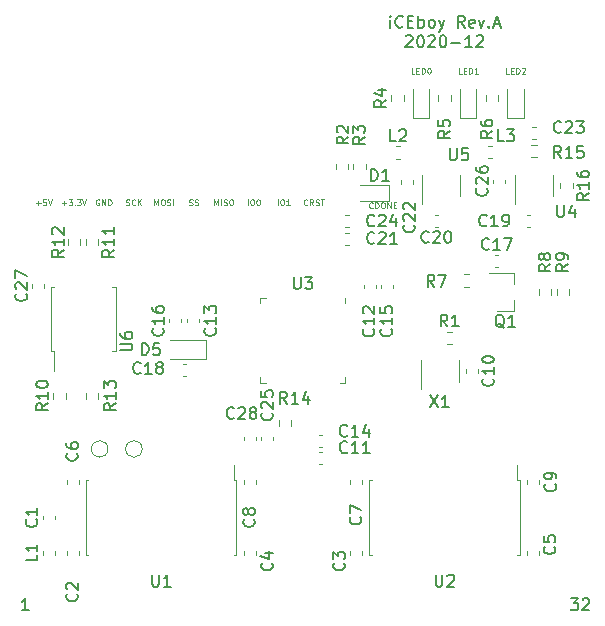
<source format=gbr>
%TF.GenerationSoftware,KiCad,Pcbnew,5.1.7-a382d34a8~88~ubuntu18.04.1*%
%TF.CreationDate,2020-12-02T18:34:38+09:00*%
%TF.ProjectId,iCEboy-pcb,69434562-6f79-42d7-9063-622e6b696361,rev?*%
%TF.SameCoordinates,PX20e6da0PY5b136e0*%
%TF.FileFunction,Legend,Top*%
%TF.FilePolarity,Positive*%
%FSLAX46Y46*%
G04 Gerber Fmt 4.6, Leading zero omitted, Abs format (unit mm)*
G04 Created by KiCad (PCBNEW 5.1.7-a382d34a8~88~ubuntu18.04.1) date 2020-12-02 18:34:38*
%MOMM*%
%LPD*%
G01*
G04 APERTURE LIST*
%ADD10C,0.150000*%
%ADD11C,0.100000*%
%ADD12C,0.120000*%
G04 APERTURE END LIST*
D10*
X32904761Y56972620D02*
X32904761Y57639286D01*
X32904761Y57972620D02*
X32857142Y57925000D01*
X32904761Y57877381D01*
X32952380Y57925000D01*
X32904761Y57972620D01*
X32904761Y57877381D01*
X33952380Y57067858D02*
X33904761Y57020239D01*
X33761904Y56972620D01*
X33666666Y56972620D01*
X33523809Y57020239D01*
X33428571Y57115477D01*
X33380952Y57210715D01*
X33333333Y57401191D01*
X33333333Y57544048D01*
X33380952Y57734524D01*
X33428571Y57829762D01*
X33523809Y57925000D01*
X33666666Y57972620D01*
X33761904Y57972620D01*
X33904761Y57925000D01*
X33952380Y57877381D01*
X34380952Y57496429D02*
X34714285Y57496429D01*
X34857142Y56972620D02*
X34380952Y56972620D01*
X34380952Y57972620D01*
X34857142Y57972620D01*
X35285714Y56972620D02*
X35285714Y57972620D01*
X35285714Y57591667D02*
X35380952Y57639286D01*
X35571428Y57639286D01*
X35666666Y57591667D01*
X35714285Y57544048D01*
X35761904Y57448810D01*
X35761904Y57163096D01*
X35714285Y57067858D01*
X35666666Y57020239D01*
X35571428Y56972620D01*
X35380952Y56972620D01*
X35285714Y57020239D01*
X36333333Y56972620D02*
X36238095Y57020239D01*
X36190476Y57067858D01*
X36142857Y57163096D01*
X36142857Y57448810D01*
X36190476Y57544048D01*
X36238095Y57591667D01*
X36333333Y57639286D01*
X36476190Y57639286D01*
X36571428Y57591667D01*
X36619047Y57544048D01*
X36666666Y57448810D01*
X36666666Y57163096D01*
X36619047Y57067858D01*
X36571428Y57020239D01*
X36476190Y56972620D01*
X36333333Y56972620D01*
X37000000Y57639286D02*
X37238095Y56972620D01*
X37476190Y57639286D02*
X37238095Y56972620D01*
X37142857Y56734524D01*
X37095238Y56686905D01*
X37000000Y56639286D01*
X39190476Y56972620D02*
X38857142Y57448810D01*
X38619047Y56972620D02*
X38619047Y57972620D01*
X39000000Y57972620D01*
X39095238Y57925000D01*
X39142857Y57877381D01*
X39190476Y57782143D01*
X39190476Y57639286D01*
X39142857Y57544048D01*
X39095238Y57496429D01*
X39000000Y57448810D01*
X38619047Y57448810D01*
X40000000Y57020239D02*
X39904761Y56972620D01*
X39714285Y56972620D01*
X39619047Y57020239D01*
X39571428Y57115477D01*
X39571428Y57496429D01*
X39619047Y57591667D01*
X39714285Y57639286D01*
X39904761Y57639286D01*
X40000000Y57591667D01*
X40047619Y57496429D01*
X40047619Y57401191D01*
X39571428Y57305953D01*
X40380952Y57639286D02*
X40619047Y56972620D01*
X40857142Y57639286D01*
X41238095Y57067858D02*
X41285714Y57020239D01*
X41238095Y56972620D01*
X41190476Y57020239D01*
X41238095Y57067858D01*
X41238095Y56972620D01*
X41666666Y57258334D02*
X42142857Y57258334D01*
X41571428Y56972620D02*
X41904761Y57972620D01*
X42238095Y56972620D01*
X34214285Y56227381D02*
X34261904Y56275000D01*
X34357142Y56322620D01*
X34595238Y56322620D01*
X34690476Y56275000D01*
X34738095Y56227381D01*
X34785714Y56132143D01*
X34785714Y56036905D01*
X34738095Y55894048D01*
X34166666Y55322620D01*
X34785714Y55322620D01*
X35404761Y56322620D02*
X35500000Y56322620D01*
X35595238Y56275000D01*
X35642857Y56227381D01*
X35690476Y56132143D01*
X35738095Y55941667D01*
X35738095Y55703572D01*
X35690476Y55513096D01*
X35642857Y55417858D01*
X35595238Y55370239D01*
X35500000Y55322620D01*
X35404761Y55322620D01*
X35309523Y55370239D01*
X35261904Y55417858D01*
X35214285Y55513096D01*
X35166666Y55703572D01*
X35166666Y55941667D01*
X35214285Y56132143D01*
X35261904Y56227381D01*
X35309523Y56275000D01*
X35404761Y56322620D01*
X36119047Y56227381D02*
X36166666Y56275000D01*
X36261904Y56322620D01*
X36500000Y56322620D01*
X36595238Y56275000D01*
X36642857Y56227381D01*
X36690476Y56132143D01*
X36690476Y56036905D01*
X36642857Y55894048D01*
X36071428Y55322620D01*
X36690476Y55322620D01*
X37309523Y56322620D02*
X37404761Y56322620D01*
X37500000Y56275000D01*
X37547619Y56227381D01*
X37595238Y56132143D01*
X37642857Y55941667D01*
X37642857Y55703572D01*
X37595238Y55513096D01*
X37547619Y55417858D01*
X37500000Y55370239D01*
X37404761Y55322620D01*
X37309523Y55322620D01*
X37214285Y55370239D01*
X37166666Y55417858D01*
X37119047Y55513096D01*
X37071428Y55703572D01*
X37071428Y55941667D01*
X37119047Y56132143D01*
X37166666Y56227381D01*
X37214285Y56275000D01*
X37309523Y56322620D01*
X38071428Y55703572D02*
X38833333Y55703572D01*
X39833333Y55322620D02*
X39261904Y55322620D01*
X39547619Y55322620D02*
X39547619Y56322620D01*
X39452380Y56179762D01*
X39357142Y56084524D01*
X39261904Y56036905D01*
X40214285Y56227381D02*
X40261904Y56275000D01*
X40357142Y56322620D01*
X40595238Y56322620D01*
X40690476Y56275000D01*
X40738095Y56227381D01*
X40785714Y56132143D01*
X40785714Y56036905D01*
X40738095Y55894048D01*
X40166666Y55322620D01*
X40785714Y55322620D01*
D11*
X42940476Y53073810D02*
X42702380Y53073810D01*
X42702380Y53573810D01*
X43107142Y53335715D02*
X43273809Y53335715D01*
X43345238Y53073810D02*
X43107142Y53073810D01*
X43107142Y53573810D01*
X43345238Y53573810D01*
X43559523Y53073810D02*
X43559523Y53573810D01*
X43678571Y53573810D01*
X43750000Y53550000D01*
X43797619Y53502381D01*
X43821428Y53454762D01*
X43845238Y53359524D01*
X43845238Y53288096D01*
X43821428Y53192858D01*
X43797619Y53145239D01*
X43750000Y53097620D01*
X43678571Y53073810D01*
X43559523Y53073810D01*
X44035714Y53526191D02*
X44059523Y53550000D01*
X44107142Y53573810D01*
X44226190Y53573810D01*
X44273809Y53550000D01*
X44297619Y53526191D01*
X44321428Y53478572D01*
X44321428Y53430953D01*
X44297619Y53359524D01*
X44011904Y53073810D01*
X44321428Y53073810D01*
X38940476Y53073810D02*
X38702380Y53073810D01*
X38702380Y53573810D01*
X39107142Y53335715D02*
X39273809Y53335715D01*
X39345238Y53073810D02*
X39107142Y53073810D01*
X39107142Y53573810D01*
X39345238Y53573810D01*
X39559523Y53073810D02*
X39559523Y53573810D01*
X39678571Y53573810D01*
X39750000Y53550000D01*
X39797619Y53502381D01*
X39821428Y53454762D01*
X39845238Y53359524D01*
X39845238Y53288096D01*
X39821428Y53192858D01*
X39797619Y53145239D01*
X39750000Y53097620D01*
X39678571Y53073810D01*
X39559523Y53073810D01*
X40321428Y53073810D02*
X40035714Y53073810D01*
X40178571Y53073810D02*
X40178571Y53573810D01*
X40130952Y53502381D01*
X40083333Y53454762D01*
X40035714Y53430953D01*
X34940476Y53073810D02*
X34702380Y53073810D01*
X34702380Y53573810D01*
X35107142Y53335715D02*
X35273809Y53335715D01*
X35345238Y53073810D02*
X35107142Y53073810D01*
X35107142Y53573810D01*
X35345238Y53573810D01*
X35559523Y53073810D02*
X35559523Y53573810D01*
X35678571Y53573810D01*
X35750000Y53550000D01*
X35797619Y53502381D01*
X35821428Y53454762D01*
X35845238Y53359524D01*
X35845238Y53288096D01*
X35821428Y53192858D01*
X35797619Y53145239D01*
X35750000Y53097620D01*
X35678571Y53073810D01*
X35559523Y53073810D01*
X36154761Y53573810D02*
X36202380Y53573810D01*
X36250000Y53550000D01*
X36273809Y53526191D01*
X36297619Y53478572D01*
X36321428Y53383334D01*
X36321428Y53264286D01*
X36297619Y53169048D01*
X36273809Y53121429D01*
X36250000Y53097620D01*
X36202380Y53073810D01*
X36154761Y53073810D01*
X36107142Y53097620D01*
X36083333Y53121429D01*
X36059523Y53169048D01*
X36035714Y53264286D01*
X36035714Y53383334D01*
X36059523Y53478572D01*
X36083333Y53526191D01*
X36107142Y53550000D01*
X36154761Y53573810D01*
X31412761Y41731429D02*
X31388952Y41707620D01*
X31317523Y41683810D01*
X31269904Y41683810D01*
X31198476Y41707620D01*
X31150857Y41755239D01*
X31127047Y41802858D01*
X31103238Y41898096D01*
X31103238Y41969524D01*
X31127047Y42064762D01*
X31150857Y42112381D01*
X31198476Y42160000D01*
X31269904Y42183810D01*
X31317523Y42183810D01*
X31388952Y42160000D01*
X31412761Y42136191D01*
X31627047Y41683810D02*
X31627047Y42183810D01*
X31746095Y42183810D01*
X31817523Y42160000D01*
X31865142Y42112381D01*
X31888952Y42064762D01*
X31912761Y41969524D01*
X31912761Y41898096D01*
X31888952Y41802858D01*
X31865142Y41755239D01*
X31817523Y41707620D01*
X31746095Y41683810D01*
X31627047Y41683810D01*
X32222285Y42183810D02*
X32317523Y42183810D01*
X32365142Y42160000D01*
X32412761Y42112381D01*
X32436571Y42017143D01*
X32436571Y41850477D01*
X32412761Y41755239D01*
X32365142Y41707620D01*
X32317523Y41683810D01*
X32222285Y41683810D01*
X32174666Y41707620D01*
X32127047Y41755239D01*
X32103238Y41850477D01*
X32103238Y42017143D01*
X32127047Y42112381D01*
X32174666Y42160000D01*
X32222285Y42183810D01*
X32650857Y41683810D02*
X32650857Y42183810D01*
X32936571Y41683810D01*
X32936571Y42183810D01*
X33174666Y41945715D02*
X33341333Y41945715D01*
X33412761Y41683810D02*
X33174666Y41683810D01*
X33174666Y42183810D01*
X33412761Y42183810D01*
X25892190Y41985429D02*
X25868380Y41961620D01*
X25796952Y41937810D01*
X25749333Y41937810D01*
X25677904Y41961620D01*
X25630285Y42009239D01*
X25606476Y42056858D01*
X25582666Y42152096D01*
X25582666Y42223524D01*
X25606476Y42318762D01*
X25630285Y42366381D01*
X25677904Y42414000D01*
X25749333Y42437810D01*
X25796952Y42437810D01*
X25868380Y42414000D01*
X25892190Y42390191D01*
X26392190Y41937810D02*
X26225523Y42175905D01*
X26106476Y41937810D02*
X26106476Y42437810D01*
X26296952Y42437810D01*
X26344571Y42414000D01*
X26368380Y42390191D01*
X26392190Y42342572D01*
X26392190Y42271143D01*
X26368380Y42223524D01*
X26344571Y42199715D01*
X26296952Y42175905D01*
X26106476Y42175905D01*
X26582666Y41961620D02*
X26654095Y41937810D01*
X26773142Y41937810D01*
X26820761Y41961620D01*
X26844571Y41985429D01*
X26868380Y42033048D01*
X26868380Y42080667D01*
X26844571Y42128286D01*
X26820761Y42152096D01*
X26773142Y42175905D01*
X26677904Y42199715D01*
X26630285Y42223524D01*
X26606476Y42247334D01*
X26582666Y42294953D01*
X26582666Y42342572D01*
X26606476Y42390191D01*
X26630285Y42414000D01*
X26677904Y42437810D01*
X26796952Y42437810D01*
X26868380Y42414000D01*
X27011238Y42437810D02*
X27296952Y42437810D01*
X27154095Y41937810D02*
X27154095Y42437810D01*
X23376000Y41937810D02*
X23376000Y42437810D01*
X23709333Y42437810D02*
X23804571Y42437810D01*
X23852190Y42414000D01*
X23899809Y42366381D01*
X23923619Y42271143D01*
X23923619Y42104477D01*
X23899809Y42009239D01*
X23852190Y41961620D01*
X23804571Y41937810D01*
X23709333Y41937810D01*
X23661714Y41961620D01*
X23614095Y42009239D01*
X23590285Y42104477D01*
X23590285Y42271143D01*
X23614095Y42366381D01*
X23661714Y42414000D01*
X23709333Y42437810D01*
X24399809Y41937810D02*
X24114095Y41937810D01*
X24256952Y41937810D02*
X24256952Y42437810D01*
X24209333Y42366381D01*
X24161714Y42318762D01*
X24114095Y42294953D01*
X20836000Y41937810D02*
X20836000Y42437810D01*
X21169333Y42437810D02*
X21264571Y42437810D01*
X21312190Y42414000D01*
X21359809Y42366381D01*
X21383619Y42271143D01*
X21383619Y42104477D01*
X21359809Y42009239D01*
X21312190Y41961620D01*
X21264571Y41937810D01*
X21169333Y41937810D01*
X21121714Y41961620D01*
X21074095Y42009239D01*
X21050285Y42104477D01*
X21050285Y42271143D01*
X21074095Y42366381D01*
X21121714Y42414000D01*
X21169333Y42437810D01*
X21693142Y42437810D02*
X21740761Y42437810D01*
X21788380Y42414000D01*
X21812190Y42390191D01*
X21836000Y42342572D01*
X21859809Y42247334D01*
X21859809Y42128286D01*
X21836000Y42033048D01*
X21812190Y41985429D01*
X21788380Y41961620D01*
X21740761Y41937810D01*
X21693142Y41937810D01*
X21645523Y41961620D01*
X21621714Y41985429D01*
X21597904Y42033048D01*
X21574095Y42128286D01*
X21574095Y42247334D01*
X21597904Y42342572D01*
X21621714Y42390191D01*
X21645523Y42414000D01*
X21693142Y42437810D01*
X18010285Y41937810D02*
X18010285Y42437810D01*
X18176952Y42080667D01*
X18343619Y42437810D01*
X18343619Y41937810D01*
X18581714Y41937810D02*
X18581714Y42437810D01*
X18796000Y41961620D02*
X18867428Y41937810D01*
X18986476Y41937810D01*
X19034095Y41961620D01*
X19057904Y41985429D01*
X19081714Y42033048D01*
X19081714Y42080667D01*
X19057904Y42128286D01*
X19034095Y42152096D01*
X18986476Y42175905D01*
X18891238Y42199715D01*
X18843619Y42223524D01*
X18819809Y42247334D01*
X18796000Y42294953D01*
X18796000Y42342572D01*
X18819809Y42390191D01*
X18843619Y42414000D01*
X18891238Y42437810D01*
X19010285Y42437810D01*
X19081714Y42414000D01*
X19391238Y42437810D02*
X19486476Y42437810D01*
X19534095Y42414000D01*
X19581714Y42366381D01*
X19605523Y42271143D01*
X19605523Y42104477D01*
X19581714Y42009239D01*
X19534095Y41961620D01*
X19486476Y41937810D01*
X19391238Y41937810D01*
X19343619Y41961620D01*
X19296000Y42009239D01*
X19272190Y42104477D01*
X19272190Y42271143D01*
X19296000Y42366381D01*
X19343619Y42414000D01*
X19391238Y42437810D01*
X15875047Y41961620D02*
X15946476Y41937810D01*
X16065523Y41937810D01*
X16113142Y41961620D01*
X16136952Y41985429D01*
X16160761Y42033048D01*
X16160761Y42080667D01*
X16136952Y42128286D01*
X16113142Y42152096D01*
X16065523Y42175905D01*
X15970285Y42199715D01*
X15922666Y42223524D01*
X15898857Y42247334D01*
X15875047Y42294953D01*
X15875047Y42342572D01*
X15898857Y42390191D01*
X15922666Y42414000D01*
X15970285Y42437810D01*
X16089333Y42437810D01*
X16160761Y42414000D01*
X16351238Y41961620D02*
X16422666Y41937810D01*
X16541714Y41937810D01*
X16589333Y41961620D01*
X16613142Y41985429D01*
X16636952Y42033048D01*
X16636952Y42080667D01*
X16613142Y42128286D01*
X16589333Y42152096D01*
X16541714Y42175905D01*
X16446476Y42199715D01*
X16398857Y42223524D01*
X16375047Y42247334D01*
X16351238Y42294953D01*
X16351238Y42342572D01*
X16375047Y42390191D01*
X16398857Y42414000D01*
X16446476Y42437810D01*
X16565523Y42437810D01*
X16636952Y42414000D01*
X12930285Y41937810D02*
X12930285Y42437810D01*
X13096952Y42080667D01*
X13263619Y42437810D01*
X13263619Y41937810D01*
X13596952Y42437810D02*
X13692190Y42437810D01*
X13739809Y42414000D01*
X13787428Y42366381D01*
X13811238Y42271143D01*
X13811238Y42104477D01*
X13787428Y42009239D01*
X13739809Y41961620D01*
X13692190Y41937810D01*
X13596952Y41937810D01*
X13549333Y41961620D01*
X13501714Y42009239D01*
X13477904Y42104477D01*
X13477904Y42271143D01*
X13501714Y42366381D01*
X13549333Y42414000D01*
X13596952Y42437810D01*
X14001714Y41961620D02*
X14073142Y41937810D01*
X14192190Y41937810D01*
X14239809Y41961620D01*
X14263619Y41985429D01*
X14287428Y42033048D01*
X14287428Y42080667D01*
X14263619Y42128286D01*
X14239809Y42152096D01*
X14192190Y42175905D01*
X14096952Y42199715D01*
X14049333Y42223524D01*
X14025523Y42247334D01*
X14001714Y42294953D01*
X14001714Y42342572D01*
X14025523Y42390191D01*
X14049333Y42414000D01*
X14096952Y42437810D01*
X14216000Y42437810D01*
X14287428Y42414000D01*
X14501714Y41937810D02*
X14501714Y42437810D01*
X10533142Y41961620D02*
X10604571Y41937810D01*
X10723619Y41937810D01*
X10771238Y41961620D01*
X10795047Y41985429D01*
X10818857Y42033048D01*
X10818857Y42080667D01*
X10795047Y42128286D01*
X10771238Y42152096D01*
X10723619Y42175905D01*
X10628380Y42199715D01*
X10580761Y42223524D01*
X10556952Y42247334D01*
X10533142Y42294953D01*
X10533142Y42342572D01*
X10556952Y42390191D01*
X10580761Y42414000D01*
X10628380Y42437810D01*
X10747428Y42437810D01*
X10818857Y42414000D01*
X11318857Y41985429D02*
X11295047Y41961620D01*
X11223619Y41937810D01*
X11176000Y41937810D01*
X11104571Y41961620D01*
X11056952Y42009239D01*
X11033142Y42056858D01*
X11009333Y42152096D01*
X11009333Y42223524D01*
X11033142Y42318762D01*
X11056952Y42366381D01*
X11104571Y42414000D01*
X11176000Y42437810D01*
X11223619Y42437810D01*
X11295047Y42414000D01*
X11318857Y42390191D01*
X11533142Y41937810D02*
X11533142Y42437810D01*
X11818857Y41937810D02*
X11604571Y42223524D01*
X11818857Y42437810D02*
X11533142Y42152096D01*
X8255047Y42414000D02*
X8207428Y42437810D01*
X8136000Y42437810D01*
X8064571Y42414000D01*
X8016952Y42366381D01*
X7993142Y42318762D01*
X7969333Y42223524D01*
X7969333Y42152096D01*
X7993142Y42056858D01*
X8016952Y42009239D01*
X8064571Y41961620D01*
X8136000Y41937810D01*
X8183619Y41937810D01*
X8255047Y41961620D01*
X8278857Y41985429D01*
X8278857Y42152096D01*
X8183619Y42152096D01*
X8493142Y41937810D02*
X8493142Y42437810D01*
X8778857Y41937810D01*
X8778857Y42437810D01*
X9016952Y41937810D02*
X9016952Y42437810D01*
X9136000Y42437810D01*
X9207428Y42414000D01*
X9255047Y42366381D01*
X9278857Y42318762D01*
X9302666Y42223524D01*
X9302666Y42152096D01*
X9278857Y42056858D01*
X9255047Y42009239D01*
X9207428Y41961620D01*
X9136000Y41937810D01*
X9016952Y41937810D01*
X5096000Y42128286D02*
X5476952Y42128286D01*
X5286476Y41937810D02*
X5286476Y42318762D01*
X5667428Y42437810D02*
X5976952Y42437810D01*
X5810285Y42247334D01*
X5881714Y42247334D01*
X5929333Y42223524D01*
X5953142Y42199715D01*
X5976952Y42152096D01*
X5976952Y42033048D01*
X5953142Y41985429D01*
X5929333Y41961620D01*
X5881714Y41937810D01*
X5738857Y41937810D01*
X5691238Y41961620D01*
X5667428Y41985429D01*
X6191238Y41985429D02*
X6215047Y41961620D01*
X6191238Y41937810D01*
X6167428Y41961620D01*
X6191238Y41985429D01*
X6191238Y41937810D01*
X6381714Y42437810D02*
X6691238Y42437810D01*
X6524571Y42247334D01*
X6596000Y42247334D01*
X6643619Y42223524D01*
X6667428Y42199715D01*
X6691238Y42152096D01*
X6691238Y42033048D01*
X6667428Y41985429D01*
X6643619Y41961620D01*
X6596000Y41937810D01*
X6453142Y41937810D01*
X6405523Y41961620D01*
X6381714Y41985429D01*
X6834095Y42437810D02*
X7000761Y41937810D01*
X7167428Y42437810D01*
X2913142Y42128286D02*
X3294095Y42128286D01*
X3103619Y41937810D02*
X3103619Y42318762D01*
X3770285Y42437810D02*
X3532190Y42437810D01*
X3508380Y42199715D01*
X3532190Y42223524D01*
X3579809Y42247334D01*
X3698857Y42247334D01*
X3746476Y42223524D01*
X3770285Y42199715D01*
X3794095Y42152096D01*
X3794095Y42033048D01*
X3770285Y41985429D01*
X3746476Y41961620D01*
X3698857Y41937810D01*
X3579809Y41937810D01*
X3532190Y41961620D01*
X3508380Y41985429D01*
X3936952Y42437810D02*
X4103619Y41937810D01*
X4270285Y42437810D01*
D10*
X48190476Y8647620D02*
X48809523Y8647620D01*
X48476190Y8266667D01*
X48619047Y8266667D01*
X48714285Y8219048D01*
X48761904Y8171429D01*
X48809523Y8076191D01*
X48809523Y7838096D01*
X48761904Y7742858D01*
X48714285Y7695239D01*
X48619047Y7647620D01*
X48333333Y7647620D01*
X48238095Y7695239D01*
X48190476Y7742858D01*
X49190476Y8552381D02*
X49238095Y8600000D01*
X49333333Y8647620D01*
X49571428Y8647620D01*
X49666666Y8600000D01*
X49714285Y8552381D01*
X49761904Y8457143D01*
X49761904Y8361905D01*
X49714285Y8219048D01*
X49142857Y7647620D01*
X49761904Y7647620D01*
X2285714Y7647620D02*
X1714285Y7647620D01*
X2000000Y7647620D02*
X2000000Y8647620D01*
X1904761Y8504762D01*
X1809523Y8409524D01*
X1714285Y8361905D01*
D12*
%TO.C,D5*%
X14250000Y30500000D02*
X17300000Y30500000D01*
X17300000Y30500000D02*
X17300000Y28900000D01*
X17300000Y28900000D02*
X14250000Y28900000D01*
%TO.C,TP2*%
X11900000Y21300000D02*
G75*
G03*
X11900000Y21300000I-700000J0D01*
G01*
%TO.C,TP1*%
X9000000Y21300000D02*
G75*
G03*
X9000000Y21300000I-700000J0D01*
G01*
%TO.C,X1*%
X35490000Y28800000D02*
X35490000Y26350000D01*
X38710000Y27000000D02*
X38710000Y28800000D01*
%TO.C,R1*%
X37662742Y30177500D02*
X38137258Y30177500D01*
X37662742Y31222500D02*
X38137258Y31222500D01*
%TO.C,C10*%
X39290000Y28040580D02*
X39290000Y27759420D01*
X40310000Y28040580D02*
X40310000Y27759420D01*
%TO.C,R9*%
X46977500Y34837258D02*
X46977500Y34362742D01*
X48022500Y34837258D02*
X48022500Y34362742D01*
%TO.C,R8*%
X46522500Y34362742D02*
X46522500Y34837258D01*
X45477500Y34362742D02*
X45477500Y34837258D01*
%TO.C,C17*%
X42040580Y37710000D02*
X41759420Y37710000D01*
X42040580Y36690000D02*
X41759420Y36690000D01*
%TO.C,R2*%
X29322500Y45437258D02*
X29322500Y44962742D01*
X28277500Y45437258D02*
X28277500Y44962742D01*
%TO.C,R6*%
X40977500Y50762742D02*
X40977500Y51237258D01*
X42022500Y50762742D02*
X42022500Y51237258D01*
%TO.C,R5*%
X36977500Y50762742D02*
X36977500Y51237258D01*
X38022500Y50762742D02*
X38022500Y51237258D01*
%TO.C,R4*%
X32977500Y50762742D02*
X32977500Y51237258D01*
X34022500Y50762742D02*
X34022500Y51237258D01*
%TO.C,D4*%
X42815000Y51800000D02*
X42815000Y49315000D01*
X42815000Y49315000D02*
X44185000Y49315000D01*
X44185000Y49315000D02*
X44185000Y51800000D01*
%TO.C,D3*%
X38815000Y51800000D02*
X38815000Y49315000D01*
X38815000Y49315000D02*
X40185000Y49315000D01*
X40185000Y49315000D02*
X40185000Y51800000D01*
%TO.C,D2*%
X34815000Y51800000D02*
X34815000Y49315000D01*
X34815000Y49315000D02*
X36185000Y49315000D01*
X36185000Y49315000D02*
X36185000Y51800000D01*
%TO.C,U6*%
X4435000Y29552500D02*
X4435000Y27900000D01*
X4152500Y29552500D02*
X4435000Y29552500D01*
X4152500Y32300000D02*
X4152500Y29552500D01*
X4152500Y35047500D02*
X4435000Y35047500D01*
X4152500Y32300000D02*
X4152500Y35047500D01*
X9647500Y29552500D02*
X9365000Y29552500D01*
X9647500Y32300000D02*
X9647500Y29552500D01*
X9647500Y35047500D02*
X9365000Y35047500D01*
X9647500Y32300000D02*
X9647500Y35047500D01*
%TO.C,C1*%
X3490000Y15359420D02*
X3490000Y15640580D01*
X4510000Y15359420D02*
X4510000Y15640580D01*
%TO.C,C2*%
X5490000Y12640580D02*
X5490000Y12359420D01*
X6510000Y12640580D02*
X6510000Y12359420D01*
%TO.C,C3*%
X29490000Y12640580D02*
X29490000Y12359420D01*
X30510000Y12640580D02*
X30510000Y12359420D01*
%TO.C,C4*%
X21510000Y12640580D02*
X21510000Y12359420D01*
X20490000Y12640580D02*
X20490000Y12359420D01*
%TO.C,C5*%
X44490000Y12640580D02*
X44490000Y12359420D01*
X45510000Y12640580D02*
X45510000Y12359420D01*
%TO.C,C6*%
X6510000Y18359420D02*
X6510000Y18640580D01*
X5490000Y18359420D02*
X5490000Y18640580D01*
%TO.C,C7*%
X30510000Y18359420D02*
X30510000Y18640580D01*
X29490000Y18359420D02*
X29490000Y18640580D01*
%TO.C,C8*%
X20490000Y18359420D02*
X20490000Y18640580D01*
X21510000Y18359420D02*
X21510000Y18640580D01*
%TO.C,C9*%
X44490000Y18359420D02*
X44490000Y18640580D01*
X45510000Y18359420D02*
X45510000Y18640580D01*
%TO.C,C11*%
X26859420Y19990000D02*
X27140580Y19990000D01*
X26859420Y21010000D02*
X27140580Y21010000D01*
%TO.C,C12*%
X30640000Y34909420D02*
X30640000Y35190580D01*
X31660000Y34909420D02*
X31660000Y35190580D01*
%TO.C,C13*%
X15690000Y32009420D02*
X15690000Y32290580D01*
X16710000Y32009420D02*
X16710000Y32290580D01*
%TO.C,C14*%
X26859420Y22510000D02*
X27140580Y22510000D01*
X26859420Y21490000D02*
X27140580Y21490000D01*
%TO.C,C15*%
X32140000Y34909420D02*
X32140000Y35190580D01*
X33160000Y34909420D02*
X33160000Y35190580D01*
%TO.C,C16*%
X15210000Y32009420D02*
X15210000Y32290580D01*
X14190000Y32009420D02*
X14190000Y32290580D01*
%TO.C,C18*%
X15359420Y27490000D02*
X15640580Y27490000D01*
X15359420Y28510000D02*
X15640580Y28510000D01*
%TO.C,C19*%
X44459420Y41110000D02*
X44740580Y41110000D01*
X44459420Y40090000D02*
X44740580Y40090000D01*
%TO.C,C20*%
X36659420Y41110000D02*
X36940580Y41110000D01*
X36659420Y40090000D02*
X36940580Y40090000D01*
%TO.C,C21*%
X29109420Y39610000D02*
X29390580Y39610000D01*
X29109420Y38590000D02*
X29390580Y38590000D01*
%TO.C,C22*%
X33790000Y44040580D02*
X33790000Y43759420D01*
X34810000Y44040580D02*
X34810000Y43759420D01*
%TO.C,C23*%
X44934420Y47540000D02*
X45215580Y47540000D01*
X44934420Y48560000D02*
X45215580Y48560000D01*
%TO.C,C25*%
X23010000Y22340580D02*
X23010000Y22059420D01*
X21990000Y22340580D02*
X21990000Y22059420D01*
%TO.C,C26*%
X41590000Y44065580D02*
X41590000Y43784420D01*
X42610000Y44065580D02*
X42610000Y43784420D01*
%TO.C,C27*%
X3610000Y34959420D02*
X3610000Y35240580D01*
X2590000Y34959420D02*
X2590000Y35240580D01*
%TO.C,C24*%
X29109420Y40090000D02*
X29390580Y40090000D01*
X29109420Y41110000D02*
X29390580Y41110000D01*
%TO.C,C28*%
X21510000Y22340580D02*
X21510000Y22059420D01*
X20490000Y22340580D02*
X20490000Y22059420D01*
%TO.C,D1*%
X30300000Y42315000D02*
X32785000Y42315000D01*
X32785000Y42315000D02*
X32785000Y43685000D01*
X32785000Y43685000D02*
X30300000Y43685000D01*
%TO.C,L1*%
X3490000Y12337221D02*
X3490000Y12662779D01*
X4510000Y12337221D02*
X4510000Y12662779D01*
%TO.C,L2*%
X33712779Y45890000D02*
X33387221Y45890000D01*
X33712779Y46910000D02*
X33387221Y46910000D01*
%TO.C,L3*%
X41512779Y46935000D02*
X41187221Y46935000D01*
X41512779Y45915000D02*
X41187221Y45915000D01*
%TO.C,Q1*%
X43405001Y33004999D02*
X43405001Y33934999D01*
X43405001Y36164999D02*
X43405001Y35234999D01*
X43405001Y36164999D02*
X41245001Y36164999D01*
X43405001Y33004999D02*
X41945001Y33004999D01*
%TO.C,R3*%
X30822500Y45437258D02*
X30822500Y44962742D01*
X29777500Y45437258D02*
X29777500Y44962742D01*
%TO.C,R7*%
X39112742Y35027500D02*
X39587258Y35027500D01*
X39112742Y36072500D02*
X39587258Y36072500D01*
%TO.C,R10*%
X5422500Y25562742D02*
X5422500Y26037258D01*
X4377500Y25562742D02*
X4377500Y26037258D01*
%TO.C,R11*%
X8172500Y39037258D02*
X8172500Y38562742D01*
X7127500Y39037258D02*
X7127500Y38562742D01*
%TO.C,R12*%
X5627500Y39037258D02*
X5627500Y38562742D01*
X6672500Y39037258D02*
X6672500Y38562742D01*
%TO.C,R13*%
X7127500Y25562742D02*
X7127500Y26037258D01*
X8172500Y25562742D02*
X8172500Y26037258D01*
%TO.C,R14*%
X24522500Y23262742D02*
X24522500Y23737258D01*
X23477500Y23262742D02*
X23477500Y23737258D01*
%TO.C,R15*%
X44837742Y47072500D02*
X45312258Y47072500D01*
X44837742Y46027500D02*
X45312258Y46027500D01*
%TO.C,R16*%
X47302500Y43837258D02*
X47302500Y43362742D01*
X48347500Y43837258D02*
X48347500Y43362742D01*
%TO.C,U1*%
X7140000Y15500000D02*
X7140000Y12340000D01*
X7140000Y12340000D02*
X7340000Y12340000D01*
X7140000Y15500000D02*
X7140000Y18660000D01*
X7140000Y18660000D02*
X7340000Y18660000D01*
X19860000Y15500000D02*
X19860000Y12340000D01*
X19860000Y12340000D02*
X19660000Y12340000D01*
X19860000Y15500000D02*
X19860000Y18660000D01*
X19860000Y18660000D02*
X19660000Y18660000D01*
X19660000Y18660000D02*
X19660000Y19950000D01*
%TO.C,U2*%
X43660000Y18660000D02*
X43660000Y19950000D01*
X43860000Y18660000D02*
X43660000Y18660000D01*
X43860000Y15500000D02*
X43860000Y18660000D01*
X43860000Y12340000D02*
X43660000Y12340000D01*
X43860000Y15500000D02*
X43860000Y12340000D01*
X31140000Y18660000D02*
X31340000Y18660000D01*
X31140000Y15500000D02*
X31140000Y18660000D01*
X31140000Y12340000D02*
X31340000Y12340000D01*
X31140000Y15500000D02*
X31140000Y12340000D01*
%TO.C,U3*%
X29110000Y27365000D02*
X29110000Y26890000D01*
X29110000Y26890000D02*
X28635000Y26890000D01*
X21890000Y33635000D02*
X21890000Y34110000D01*
X21890000Y34110000D02*
X22365000Y34110000D01*
X21890000Y27365000D02*
X21890000Y26890000D01*
X21890000Y26890000D02*
X22365000Y26890000D01*
X29110000Y33635000D02*
X29110000Y34110000D01*
%TO.C,U4*%
X46685000Y42700000D02*
X46685000Y44500000D01*
X43465000Y44500000D02*
X43465000Y42050000D01*
%TO.C,U5*%
X35615001Y44485001D02*
X35615001Y42035001D01*
X38835001Y42685001D02*
X38835001Y44485001D01*
%TO.C,D5*%
D10*
X11861904Y29247620D02*
X11861904Y30247620D01*
X12100000Y30247620D01*
X12242857Y30200000D01*
X12338095Y30104762D01*
X12385714Y30009524D01*
X12433333Y29819048D01*
X12433333Y29676191D01*
X12385714Y29485715D01*
X12338095Y29390477D01*
X12242857Y29295239D01*
X12100000Y29247620D01*
X11861904Y29247620D01*
X13338095Y30247620D02*
X12861904Y30247620D01*
X12814285Y29771429D01*
X12861904Y29819048D01*
X12957142Y29866667D01*
X13195238Y29866667D01*
X13290476Y29819048D01*
X13338095Y29771429D01*
X13385714Y29676191D01*
X13385714Y29438096D01*
X13338095Y29342858D01*
X13290476Y29295239D01*
X13195238Y29247620D01*
X12957142Y29247620D01*
X12861904Y29295239D01*
X12814285Y29342858D01*
%TO.C,X1*%
X36290476Y25847620D02*
X36957142Y24847620D01*
X36957142Y25847620D02*
X36290476Y24847620D01*
X37861904Y24847620D02*
X37290476Y24847620D01*
X37576190Y24847620D02*
X37576190Y25847620D01*
X37480952Y25704762D01*
X37385714Y25609524D01*
X37290476Y25561905D01*
%TO.C,R1*%
X37733333Y31677620D02*
X37400000Y32153810D01*
X37161904Y31677620D02*
X37161904Y32677620D01*
X37542857Y32677620D01*
X37638095Y32630000D01*
X37685714Y32582381D01*
X37733333Y32487143D01*
X37733333Y32344286D01*
X37685714Y32249048D01*
X37638095Y32201429D01*
X37542857Y32153810D01*
X37161904Y32153810D01*
X38685714Y31677620D02*
X38114285Y31677620D01*
X38400000Y31677620D02*
X38400000Y32677620D01*
X38304761Y32534762D01*
X38209523Y32439524D01*
X38114285Y32391905D01*
%TO.C,C10*%
X41587142Y27257143D02*
X41634761Y27209524D01*
X41682380Y27066667D01*
X41682380Y26971429D01*
X41634761Y26828572D01*
X41539523Y26733334D01*
X41444285Y26685715D01*
X41253809Y26638096D01*
X41110952Y26638096D01*
X40920476Y26685715D01*
X40825238Y26733334D01*
X40730000Y26828572D01*
X40682380Y26971429D01*
X40682380Y27066667D01*
X40730000Y27209524D01*
X40777619Y27257143D01*
X41682380Y28209524D02*
X41682380Y27638096D01*
X41682380Y27923810D02*
X40682380Y27923810D01*
X40825238Y27828572D01*
X40920476Y27733334D01*
X40968095Y27638096D01*
X40682380Y28828572D02*
X40682380Y28923810D01*
X40730000Y29019048D01*
X40777619Y29066667D01*
X40872857Y29114286D01*
X41063333Y29161905D01*
X41301428Y29161905D01*
X41491904Y29114286D01*
X41587142Y29066667D01*
X41634761Y29019048D01*
X41682380Y28923810D01*
X41682380Y28828572D01*
X41634761Y28733334D01*
X41587142Y28685715D01*
X41491904Y28638096D01*
X41301428Y28590477D01*
X41063333Y28590477D01*
X40872857Y28638096D01*
X40777619Y28685715D01*
X40730000Y28733334D01*
X40682380Y28828572D01*
%TO.C,R9*%
X47952380Y36933334D02*
X47476190Y36600000D01*
X47952380Y36361905D02*
X46952380Y36361905D01*
X46952380Y36742858D01*
X47000000Y36838096D01*
X47047619Y36885715D01*
X47142857Y36933334D01*
X47285714Y36933334D01*
X47380952Y36885715D01*
X47428571Y36838096D01*
X47476190Y36742858D01*
X47476190Y36361905D01*
X47952380Y37409524D02*
X47952380Y37600000D01*
X47904761Y37695239D01*
X47857142Y37742858D01*
X47714285Y37838096D01*
X47523809Y37885715D01*
X47142857Y37885715D01*
X47047619Y37838096D01*
X47000000Y37790477D01*
X46952380Y37695239D01*
X46952380Y37504762D01*
X47000000Y37409524D01*
X47047619Y37361905D01*
X47142857Y37314286D01*
X47380952Y37314286D01*
X47476190Y37361905D01*
X47523809Y37409524D01*
X47571428Y37504762D01*
X47571428Y37695239D01*
X47523809Y37790477D01*
X47476190Y37838096D01*
X47380952Y37885715D01*
%TO.C,R8*%
X46452380Y36933334D02*
X45976190Y36600000D01*
X46452380Y36361905D02*
X45452380Y36361905D01*
X45452380Y36742858D01*
X45500000Y36838096D01*
X45547619Y36885715D01*
X45642857Y36933334D01*
X45785714Y36933334D01*
X45880952Y36885715D01*
X45928571Y36838096D01*
X45976190Y36742858D01*
X45976190Y36361905D01*
X45880952Y37504762D02*
X45833333Y37409524D01*
X45785714Y37361905D01*
X45690476Y37314286D01*
X45642857Y37314286D01*
X45547619Y37361905D01*
X45500000Y37409524D01*
X45452380Y37504762D01*
X45452380Y37695239D01*
X45500000Y37790477D01*
X45547619Y37838096D01*
X45642857Y37885715D01*
X45690476Y37885715D01*
X45785714Y37838096D01*
X45833333Y37790477D01*
X45880952Y37695239D01*
X45880952Y37504762D01*
X45928571Y37409524D01*
X45976190Y37361905D01*
X46071428Y37314286D01*
X46261904Y37314286D01*
X46357142Y37361905D01*
X46404761Y37409524D01*
X46452380Y37504762D01*
X46452380Y37695239D01*
X46404761Y37790477D01*
X46357142Y37838096D01*
X46261904Y37885715D01*
X46071428Y37885715D01*
X45976190Y37838096D01*
X45928571Y37790477D01*
X45880952Y37695239D01*
%TO.C,C17*%
X41257142Y38242858D02*
X41209523Y38195239D01*
X41066666Y38147620D01*
X40971428Y38147620D01*
X40828571Y38195239D01*
X40733333Y38290477D01*
X40685714Y38385715D01*
X40638095Y38576191D01*
X40638095Y38719048D01*
X40685714Y38909524D01*
X40733333Y39004762D01*
X40828571Y39100000D01*
X40971428Y39147620D01*
X41066666Y39147620D01*
X41209523Y39100000D01*
X41257142Y39052381D01*
X42209523Y38147620D02*
X41638095Y38147620D01*
X41923809Y38147620D02*
X41923809Y39147620D01*
X41828571Y39004762D01*
X41733333Y38909524D01*
X41638095Y38861905D01*
X42542857Y39147620D02*
X43209523Y39147620D01*
X42780952Y38147620D01*
%TO.C,R2*%
X29352380Y47733334D02*
X28876190Y47400000D01*
X29352380Y47161905D02*
X28352380Y47161905D01*
X28352380Y47542858D01*
X28400000Y47638096D01*
X28447619Y47685715D01*
X28542857Y47733334D01*
X28685714Y47733334D01*
X28780952Y47685715D01*
X28828571Y47638096D01*
X28876190Y47542858D01*
X28876190Y47161905D01*
X28447619Y48114286D02*
X28400000Y48161905D01*
X28352380Y48257143D01*
X28352380Y48495239D01*
X28400000Y48590477D01*
X28447619Y48638096D01*
X28542857Y48685715D01*
X28638095Y48685715D01*
X28780952Y48638096D01*
X29352380Y48066667D01*
X29352380Y48685715D01*
%TO.C,R6*%
X41552380Y48233334D02*
X41076190Y47900000D01*
X41552380Y47661905D02*
X40552380Y47661905D01*
X40552380Y48042858D01*
X40600000Y48138096D01*
X40647619Y48185715D01*
X40742857Y48233334D01*
X40885714Y48233334D01*
X40980952Y48185715D01*
X41028571Y48138096D01*
X41076190Y48042858D01*
X41076190Y47661905D01*
X40552380Y49090477D02*
X40552380Y48900000D01*
X40600000Y48804762D01*
X40647619Y48757143D01*
X40790476Y48661905D01*
X40980952Y48614286D01*
X41361904Y48614286D01*
X41457142Y48661905D01*
X41504761Y48709524D01*
X41552380Y48804762D01*
X41552380Y48995239D01*
X41504761Y49090477D01*
X41457142Y49138096D01*
X41361904Y49185715D01*
X41123809Y49185715D01*
X41028571Y49138096D01*
X40980952Y49090477D01*
X40933333Y48995239D01*
X40933333Y48804762D01*
X40980952Y48709524D01*
X41028571Y48661905D01*
X41123809Y48614286D01*
%TO.C,R5*%
X37952380Y48233334D02*
X37476190Y47900000D01*
X37952380Y47661905D02*
X36952380Y47661905D01*
X36952380Y48042858D01*
X37000000Y48138096D01*
X37047619Y48185715D01*
X37142857Y48233334D01*
X37285714Y48233334D01*
X37380952Y48185715D01*
X37428571Y48138096D01*
X37476190Y48042858D01*
X37476190Y47661905D01*
X36952380Y49138096D02*
X36952380Y48661905D01*
X37428571Y48614286D01*
X37380952Y48661905D01*
X37333333Y48757143D01*
X37333333Y48995239D01*
X37380952Y49090477D01*
X37428571Y49138096D01*
X37523809Y49185715D01*
X37761904Y49185715D01*
X37857142Y49138096D01*
X37904761Y49090477D01*
X37952380Y48995239D01*
X37952380Y48757143D01*
X37904761Y48661905D01*
X37857142Y48614286D01*
%TO.C,R4*%
X32552380Y50833334D02*
X32076190Y50500000D01*
X32552380Y50261905D02*
X31552380Y50261905D01*
X31552380Y50642858D01*
X31600000Y50738096D01*
X31647619Y50785715D01*
X31742857Y50833334D01*
X31885714Y50833334D01*
X31980952Y50785715D01*
X32028571Y50738096D01*
X32076190Y50642858D01*
X32076190Y50261905D01*
X31885714Y51690477D02*
X32552380Y51690477D01*
X31504761Y51452381D02*
X32219047Y51214286D01*
X32219047Y51833334D01*
%TO.C,U6*%
X10052380Y29638096D02*
X10861904Y29638096D01*
X10957142Y29685715D01*
X11004761Y29733334D01*
X11052380Y29828572D01*
X11052380Y30019048D01*
X11004761Y30114286D01*
X10957142Y30161905D01*
X10861904Y30209524D01*
X10052380Y30209524D01*
X10052380Y31114286D02*
X10052380Y30923810D01*
X10100000Y30828572D01*
X10147619Y30780953D01*
X10290476Y30685715D01*
X10480952Y30638096D01*
X10861904Y30638096D01*
X10957142Y30685715D01*
X11004761Y30733334D01*
X11052380Y30828572D01*
X11052380Y31019048D01*
X11004761Y31114286D01*
X10957142Y31161905D01*
X10861904Y31209524D01*
X10623809Y31209524D01*
X10528571Y31161905D01*
X10480952Y31114286D01*
X10433333Y31019048D01*
X10433333Y30828572D01*
X10480952Y30733334D01*
X10528571Y30685715D01*
X10623809Y30638096D01*
%TO.C,C1*%
X2927142Y15333334D02*
X2974761Y15285715D01*
X3022380Y15142858D01*
X3022380Y15047620D01*
X2974761Y14904762D01*
X2879523Y14809524D01*
X2784285Y14761905D01*
X2593809Y14714286D01*
X2450952Y14714286D01*
X2260476Y14761905D01*
X2165238Y14809524D01*
X2070000Y14904762D01*
X2022380Y15047620D01*
X2022380Y15142858D01*
X2070000Y15285715D01*
X2117619Y15333334D01*
X3022380Y16285715D02*
X3022380Y15714286D01*
X3022380Y16000000D02*
X2022380Y16000000D01*
X2165238Y15904762D01*
X2260476Y15809524D01*
X2308095Y15714286D01*
%TO.C,C2*%
X6357142Y9033334D02*
X6404761Y8985715D01*
X6452380Y8842858D01*
X6452380Y8747620D01*
X6404761Y8604762D01*
X6309523Y8509524D01*
X6214285Y8461905D01*
X6023809Y8414286D01*
X5880952Y8414286D01*
X5690476Y8461905D01*
X5595238Y8509524D01*
X5500000Y8604762D01*
X5452380Y8747620D01*
X5452380Y8842858D01*
X5500000Y8985715D01*
X5547619Y9033334D01*
X5547619Y9414286D02*
X5500000Y9461905D01*
X5452380Y9557143D01*
X5452380Y9795239D01*
X5500000Y9890477D01*
X5547619Y9938096D01*
X5642857Y9985715D01*
X5738095Y9985715D01*
X5880952Y9938096D01*
X6452380Y9366667D01*
X6452380Y9985715D01*
%TO.C,C3*%
X28957142Y11633334D02*
X29004761Y11585715D01*
X29052380Y11442858D01*
X29052380Y11347620D01*
X29004761Y11204762D01*
X28909523Y11109524D01*
X28814285Y11061905D01*
X28623809Y11014286D01*
X28480952Y11014286D01*
X28290476Y11061905D01*
X28195238Y11109524D01*
X28100000Y11204762D01*
X28052380Y11347620D01*
X28052380Y11442858D01*
X28100000Y11585715D01*
X28147619Y11633334D01*
X28052380Y11966667D02*
X28052380Y12585715D01*
X28433333Y12252381D01*
X28433333Y12395239D01*
X28480952Y12490477D01*
X28528571Y12538096D01*
X28623809Y12585715D01*
X28861904Y12585715D01*
X28957142Y12538096D01*
X29004761Y12490477D01*
X29052380Y12395239D01*
X29052380Y12109524D01*
X29004761Y12014286D01*
X28957142Y11966667D01*
%TO.C,C4*%
X22857142Y11633334D02*
X22904761Y11585715D01*
X22952380Y11442858D01*
X22952380Y11347620D01*
X22904761Y11204762D01*
X22809523Y11109524D01*
X22714285Y11061905D01*
X22523809Y11014286D01*
X22380952Y11014286D01*
X22190476Y11061905D01*
X22095238Y11109524D01*
X22000000Y11204762D01*
X21952380Y11347620D01*
X21952380Y11442858D01*
X22000000Y11585715D01*
X22047619Y11633334D01*
X22285714Y12490477D02*
X22952380Y12490477D01*
X21904761Y12252381D02*
X22619047Y12014286D01*
X22619047Y12633334D01*
%TO.C,C5*%
X46787142Y13033334D02*
X46834761Y12985715D01*
X46882380Y12842858D01*
X46882380Y12747620D01*
X46834761Y12604762D01*
X46739523Y12509524D01*
X46644285Y12461905D01*
X46453809Y12414286D01*
X46310952Y12414286D01*
X46120476Y12461905D01*
X46025238Y12509524D01*
X45930000Y12604762D01*
X45882380Y12747620D01*
X45882380Y12842858D01*
X45930000Y12985715D01*
X45977619Y13033334D01*
X45882380Y13938096D02*
X45882380Y13461905D01*
X46358571Y13414286D01*
X46310952Y13461905D01*
X46263333Y13557143D01*
X46263333Y13795239D01*
X46310952Y13890477D01*
X46358571Y13938096D01*
X46453809Y13985715D01*
X46691904Y13985715D01*
X46787142Y13938096D01*
X46834761Y13890477D01*
X46882380Y13795239D01*
X46882380Y13557143D01*
X46834761Y13461905D01*
X46787142Y13414286D01*
%TO.C,C6*%
X6357142Y20933334D02*
X6404761Y20885715D01*
X6452380Y20742858D01*
X6452380Y20647620D01*
X6404761Y20504762D01*
X6309523Y20409524D01*
X6214285Y20361905D01*
X6023809Y20314286D01*
X5880952Y20314286D01*
X5690476Y20361905D01*
X5595238Y20409524D01*
X5500000Y20504762D01*
X5452380Y20647620D01*
X5452380Y20742858D01*
X5500000Y20885715D01*
X5547619Y20933334D01*
X5452380Y21790477D02*
X5452380Y21600000D01*
X5500000Y21504762D01*
X5547619Y21457143D01*
X5690476Y21361905D01*
X5880952Y21314286D01*
X6261904Y21314286D01*
X6357142Y21361905D01*
X6404761Y21409524D01*
X6452380Y21504762D01*
X6452380Y21695239D01*
X6404761Y21790477D01*
X6357142Y21838096D01*
X6261904Y21885715D01*
X6023809Y21885715D01*
X5928571Y21838096D01*
X5880952Y21790477D01*
X5833333Y21695239D01*
X5833333Y21504762D01*
X5880952Y21409524D01*
X5928571Y21361905D01*
X6023809Y21314286D01*
%TO.C,C7*%
X30357142Y15533334D02*
X30404761Y15485715D01*
X30452380Y15342858D01*
X30452380Y15247620D01*
X30404761Y15104762D01*
X30309523Y15009524D01*
X30214285Y14961905D01*
X30023809Y14914286D01*
X29880952Y14914286D01*
X29690476Y14961905D01*
X29595238Y15009524D01*
X29500000Y15104762D01*
X29452380Y15247620D01*
X29452380Y15342858D01*
X29500000Y15485715D01*
X29547619Y15533334D01*
X29452380Y15866667D02*
X29452380Y16533334D01*
X30452380Y16104762D01*
%TO.C,C8*%
X21357142Y15333334D02*
X21404761Y15285715D01*
X21452380Y15142858D01*
X21452380Y15047620D01*
X21404761Y14904762D01*
X21309523Y14809524D01*
X21214285Y14761905D01*
X21023809Y14714286D01*
X20880952Y14714286D01*
X20690476Y14761905D01*
X20595238Y14809524D01*
X20500000Y14904762D01*
X20452380Y15047620D01*
X20452380Y15142858D01*
X20500000Y15285715D01*
X20547619Y15333334D01*
X20880952Y15904762D02*
X20833333Y15809524D01*
X20785714Y15761905D01*
X20690476Y15714286D01*
X20642857Y15714286D01*
X20547619Y15761905D01*
X20500000Y15809524D01*
X20452380Y15904762D01*
X20452380Y16095239D01*
X20500000Y16190477D01*
X20547619Y16238096D01*
X20642857Y16285715D01*
X20690476Y16285715D01*
X20785714Y16238096D01*
X20833333Y16190477D01*
X20880952Y16095239D01*
X20880952Y15904762D01*
X20928571Y15809524D01*
X20976190Y15761905D01*
X21071428Y15714286D01*
X21261904Y15714286D01*
X21357142Y15761905D01*
X21404761Y15809524D01*
X21452380Y15904762D01*
X21452380Y16095239D01*
X21404761Y16190477D01*
X21357142Y16238096D01*
X21261904Y16285715D01*
X21071428Y16285715D01*
X20976190Y16238096D01*
X20928571Y16190477D01*
X20880952Y16095239D01*
%TO.C,C9*%
X46857142Y18333334D02*
X46904761Y18285715D01*
X46952380Y18142858D01*
X46952380Y18047620D01*
X46904761Y17904762D01*
X46809523Y17809524D01*
X46714285Y17761905D01*
X46523809Y17714286D01*
X46380952Y17714286D01*
X46190476Y17761905D01*
X46095238Y17809524D01*
X46000000Y17904762D01*
X45952380Y18047620D01*
X45952380Y18142858D01*
X46000000Y18285715D01*
X46047619Y18333334D01*
X46952380Y18809524D02*
X46952380Y19000000D01*
X46904761Y19095239D01*
X46857142Y19142858D01*
X46714285Y19238096D01*
X46523809Y19285715D01*
X46142857Y19285715D01*
X46047619Y19238096D01*
X46000000Y19190477D01*
X45952380Y19095239D01*
X45952380Y18904762D01*
X46000000Y18809524D01*
X46047619Y18761905D01*
X46142857Y18714286D01*
X46380952Y18714286D01*
X46476190Y18761905D01*
X46523809Y18809524D01*
X46571428Y18904762D01*
X46571428Y19095239D01*
X46523809Y19190477D01*
X46476190Y19238096D01*
X46380952Y19285715D01*
%TO.C,C11*%
X29257142Y21042858D02*
X29209523Y20995239D01*
X29066666Y20947620D01*
X28971428Y20947620D01*
X28828571Y20995239D01*
X28733333Y21090477D01*
X28685714Y21185715D01*
X28638095Y21376191D01*
X28638095Y21519048D01*
X28685714Y21709524D01*
X28733333Y21804762D01*
X28828571Y21900000D01*
X28971428Y21947620D01*
X29066666Y21947620D01*
X29209523Y21900000D01*
X29257142Y21852381D01*
X30209523Y20947620D02*
X29638095Y20947620D01*
X29923809Y20947620D02*
X29923809Y21947620D01*
X29828571Y21804762D01*
X29733333Y21709524D01*
X29638095Y21661905D01*
X31161904Y20947620D02*
X30590476Y20947620D01*
X30876190Y20947620D02*
X30876190Y21947620D01*
X30780952Y21804762D01*
X30685714Y21709524D01*
X30590476Y21661905D01*
%TO.C,C12*%
X31457142Y31457143D02*
X31504761Y31409524D01*
X31552380Y31266667D01*
X31552380Y31171429D01*
X31504761Y31028572D01*
X31409523Y30933334D01*
X31314285Y30885715D01*
X31123809Y30838096D01*
X30980952Y30838096D01*
X30790476Y30885715D01*
X30695238Y30933334D01*
X30600000Y31028572D01*
X30552380Y31171429D01*
X30552380Y31266667D01*
X30600000Y31409524D01*
X30647619Y31457143D01*
X31552380Y32409524D02*
X31552380Y31838096D01*
X31552380Y32123810D02*
X30552380Y32123810D01*
X30695238Y32028572D01*
X30790476Y31933334D01*
X30838095Y31838096D01*
X30647619Y32790477D02*
X30600000Y32838096D01*
X30552380Y32933334D01*
X30552380Y33171429D01*
X30600000Y33266667D01*
X30647619Y33314286D01*
X30742857Y33361905D01*
X30838095Y33361905D01*
X30980952Y33314286D01*
X31552380Y32742858D01*
X31552380Y33361905D01*
%TO.C,C13*%
X18057142Y31507143D02*
X18104761Y31459524D01*
X18152380Y31316667D01*
X18152380Y31221429D01*
X18104761Y31078572D01*
X18009523Y30983334D01*
X17914285Y30935715D01*
X17723809Y30888096D01*
X17580952Y30888096D01*
X17390476Y30935715D01*
X17295238Y30983334D01*
X17200000Y31078572D01*
X17152380Y31221429D01*
X17152380Y31316667D01*
X17200000Y31459524D01*
X17247619Y31507143D01*
X18152380Y32459524D02*
X18152380Y31888096D01*
X18152380Y32173810D02*
X17152380Y32173810D01*
X17295238Y32078572D01*
X17390476Y31983334D01*
X17438095Y31888096D01*
X17152380Y32792858D02*
X17152380Y33411905D01*
X17533333Y33078572D01*
X17533333Y33221429D01*
X17580952Y33316667D01*
X17628571Y33364286D01*
X17723809Y33411905D01*
X17961904Y33411905D01*
X18057142Y33364286D01*
X18104761Y33316667D01*
X18152380Y33221429D01*
X18152380Y32935715D01*
X18104761Y32840477D01*
X18057142Y32792858D01*
%TO.C,C14*%
X29257142Y22442858D02*
X29209523Y22395239D01*
X29066666Y22347620D01*
X28971428Y22347620D01*
X28828571Y22395239D01*
X28733333Y22490477D01*
X28685714Y22585715D01*
X28638095Y22776191D01*
X28638095Y22919048D01*
X28685714Y23109524D01*
X28733333Y23204762D01*
X28828571Y23300000D01*
X28971428Y23347620D01*
X29066666Y23347620D01*
X29209523Y23300000D01*
X29257142Y23252381D01*
X30209523Y22347620D02*
X29638095Y22347620D01*
X29923809Y22347620D02*
X29923809Y23347620D01*
X29828571Y23204762D01*
X29733333Y23109524D01*
X29638095Y23061905D01*
X31066666Y23014286D02*
X31066666Y22347620D01*
X30828571Y23395239D02*
X30590476Y22680953D01*
X31209523Y22680953D01*
%TO.C,C15*%
X32957142Y31457143D02*
X33004761Y31409524D01*
X33052380Y31266667D01*
X33052380Y31171429D01*
X33004761Y31028572D01*
X32909523Y30933334D01*
X32814285Y30885715D01*
X32623809Y30838096D01*
X32480952Y30838096D01*
X32290476Y30885715D01*
X32195238Y30933334D01*
X32100000Y31028572D01*
X32052380Y31171429D01*
X32052380Y31266667D01*
X32100000Y31409524D01*
X32147619Y31457143D01*
X33052380Y32409524D02*
X33052380Y31838096D01*
X33052380Y32123810D02*
X32052380Y32123810D01*
X32195238Y32028572D01*
X32290476Y31933334D01*
X32338095Y31838096D01*
X32052380Y33314286D02*
X32052380Y32838096D01*
X32528571Y32790477D01*
X32480952Y32838096D01*
X32433333Y32933334D01*
X32433333Y33171429D01*
X32480952Y33266667D01*
X32528571Y33314286D01*
X32623809Y33361905D01*
X32861904Y33361905D01*
X32957142Y33314286D01*
X33004761Y33266667D01*
X33052380Y33171429D01*
X33052380Y32933334D01*
X33004761Y32838096D01*
X32957142Y32790477D01*
%TO.C,C16*%
X13627142Y31507143D02*
X13674761Y31459524D01*
X13722380Y31316667D01*
X13722380Y31221429D01*
X13674761Y31078572D01*
X13579523Y30983334D01*
X13484285Y30935715D01*
X13293809Y30888096D01*
X13150952Y30888096D01*
X12960476Y30935715D01*
X12865238Y30983334D01*
X12770000Y31078572D01*
X12722380Y31221429D01*
X12722380Y31316667D01*
X12770000Y31459524D01*
X12817619Y31507143D01*
X13722380Y32459524D02*
X13722380Y31888096D01*
X13722380Y32173810D02*
X12722380Y32173810D01*
X12865238Y32078572D01*
X12960476Y31983334D01*
X13008095Y31888096D01*
X12722380Y33316667D02*
X12722380Y33126191D01*
X12770000Y33030953D01*
X12817619Y32983334D01*
X12960476Y32888096D01*
X13150952Y32840477D01*
X13531904Y32840477D01*
X13627142Y32888096D01*
X13674761Y32935715D01*
X13722380Y33030953D01*
X13722380Y33221429D01*
X13674761Y33316667D01*
X13627142Y33364286D01*
X13531904Y33411905D01*
X13293809Y33411905D01*
X13198571Y33364286D01*
X13150952Y33316667D01*
X13103333Y33221429D01*
X13103333Y33030953D01*
X13150952Y32935715D01*
X13198571Y32888096D01*
X13293809Y32840477D01*
%TO.C,C18*%
X11757142Y27742858D02*
X11709523Y27695239D01*
X11566666Y27647620D01*
X11471428Y27647620D01*
X11328571Y27695239D01*
X11233333Y27790477D01*
X11185714Y27885715D01*
X11138095Y28076191D01*
X11138095Y28219048D01*
X11185714Y28409524D01*
X11233333Y28504762D01*
X11328571Y28600000D01*
X11471428Y28647620D01*
X11566666Y28647620D01*
X11709523Y28600000D01*
X11757142Y28552381D01*
X12709523Y27647620D02*
X12138095Y27647620D01*
X12423809Y27647620D02*
X12423809Y28647620D01*
X12328571Y28504762D01*
X12233333Y28409524D01*
X12138095Y28361905D01*
X13280952Y28219048D02*
X13185714Y28266667D01*
X13138095Y28314286D01*
X13090476Y28409524D01*
X13090476Y28457143D01*
X13138095Y28552381D01*
X13185714Y28600000D01*
X13280952Y28647620D01*
X13471428Y28647620D01*
X13566666Y28600000D01*
X13614285Y28552381D01*
X13661904Y28457143D01*
X13661904Y28409524D01*
X13614285Y28314286D01*
X13566666Y28266667D01*
X13471428Y28219048D01*
X13280952Y28219048D01*
X13185714Y28171429D01*
X13138095Y28123810D01*
X13090476Y28028572D01*
X13090476Y27838096D01*
X13138095Y27742858D01*
X13185714Y27695239D01*
X13280952Y27647620D01*
X13471428Y27647620D01*
X13566666Y27695239D01*
X13614285Y27742858D01*
X13661904Y27838096D01*
X13661904Y28028572D01*
X13614285Y28123810D01*
X13566666Y28171429D01*
X13471428Y28219048D01*
%TO.C,C19*%
X41057142Y40242858D02*
X41009523Y40195239D01*
X40866666Y40147620D01*
X40771428Y40147620D01*
X40628571Y40195239D01*
X40533333Y40290477D01*
X40485714Y40385715D01*
X40438095Y40576191D01*
X40438095Y40719048D01*
X40485714Y40909524D01*
X40533333Y41004762D01*
X40628571Y41100000D01*
X40771428Y41147620D01*
X40866666Y41147620D01*
X41009523Y41100000D01*
X41057142Y41052381D01*
X42009523Y40147620D02*
X41438095Y40147620D01*
X41723809Y40147620D02*
X41723809Y41147620D01*
X41628571Y41004762D01*
X41533333Y40909524D01*
X41438095Y40861905D01*
X42485714Y40147620D02*
X42676190Y40147620D01*
X42771428Y40195239D01*
X42819047Y40242858D01*
X42914285Y40385715D01*
X42961904Y40576191D01*
X42961904Y40957143D01*
X42914285Y41052381D01*
X42866666Y41100000D01*
X42771428Y41147620D01*
X42580952Y41147620D01*
X42485714Y41100000D01*
X42438095Y41052381D01*
X42390476Y40957143D01*
X42390476Y40719048D01*
X42438095Y40623810D01*
X42485714Y40576191D01*
X42580952Y40528572D01*
X42771428Y40528572D01*
X42866666Y40576191D01*
X42914285Y40623810D01*
X42961904Y40719048D01*
%TO.C,C20*%
X36157142Y38842858D02*
X36109523Y38795239D01*
X35966666Y38747620D01*
X35871428Y38747620D01*
X35728571Y38795239D01*
X35633333Y38890477D01*
X35585714Y38985715D01*
X35538095Y39176191D01*
X35538095Y39319048D01*
X35585714Y39509524D01*
X35633333Y39604762D01*
X35728571Y39700000D01*
X35871428Y39747620D01*
X35966666Y39747620D01*
X36109523Y39700000D01*
X36157142Y39652381D01*
X36538095Y39652381D02*
X36585714Y39700000D01*
X36680952Y39747620D01*
X36919047Y39747620D01*
X37014285Y39700000D01*
X37061904Y39652381D01*
X37109523Y39557143D01*
X37109523Y39461905D01*
X37061904Y39319048D01*
X36490476Y38747620D01*
X37109523Y38747620D01*
X37728571Y39747620D02*
X37823809Y39747620D01*
X37919047Y39700000D01*
X37966666Y39652381D01*
X38014285Y39557143D01*
X38061904Y39366667D01*
X38061904Y39128572D01*
X38014285Y38938096D01*
X37966666Y38842858D01*
X37919047Y38795239D01*
X37823809Y38747620D01*
X37728571Y38747620D01*
X37633333Y38795239D01*
X37585714Y38842858D01*
X37538095Y38938096D01*
X37490476Y39128572D01*
X37490476Y39366667D01*
X37538095Y39557143D01*
X37585714Y39652381D01*
X37633333Y39700000D01*
X37728571Y39747620D01*
%TO.C,C21*%
X31557142Y38742858D02*
X31509523Y38695239D01*
X31366666Y38647620D01*
X31271428Y38647620D01*
X31128571Y38695239D01*
X31033333Y38790477D01*
X30985714Y38885715D01*
X30938095Y39076191D01*
X30938095Y39219048D01*
X30985714Y39409524D01*
X31033333Y39504762D01*
X31128571Y39600000D01*
X31271428Y39647620D01*
X31366666Y39647620D01*
X31509523Y39600000D01*
X31557142Y39552381D01*
X31938095Y39552381D02*
X31985714Y39600000D01*
X32080952Y39647620D01*
X32319047Y39647620D01*
X32414285Y39600000D01*
X32461904Y39552381D01*
X32509523Y39457143D01*
X32509523Y39361905D01*
X32461904Y39219048D01*
X31890476Y38647620D01*
X32509523Y38647620D01*
X33461904Y38647620D02*
X32890476Y38647620D01*
X33176190Y38647620D02*
X33176190Y39647620D01*
X33080952Y39504762D01*
X32985714Y39409524D01*
X32890476Y39361905D01*
%TO.C,C22*%
X34901142Y40251143D02*
X34948761Y40203524D01*
X34996380Y40060667D01*
X34996380Y39965429D01*
X34948761Y39822572D01*
X34853523Y39727334D01*
X34758285Y39679715D01*
X34567809Y39632096D01*
X34424952Y39632096D01*
X34234476Y39679715D01*
X34139238Y39727334D01*
X34044000Y39822572D01*
X33996380Y39965429D01*
X33996380Y40060667D01*
X34044000Y40203524D01*
X34091619Y40251143D01*
X34091619Y40632096D02*
X34044000Y40679715D01*
X33996380Y40774953D01*
X33996380Y41013048D01*
X34044000Y41108286D01*
X34091619Y41155905D01*
X34186857Y41203524D01*
X34282095Y41203524D01*
X34424952Y41155905D01*
X34996380Y40584477D01*
X34996380Y41203524D01*
X34091619Y41584477D02*
X34044000Y41632096D01*
X33996380Y41727334D01*
X33996380Y41965429D01*
X34044000Y42060667D01*
X34091619Y42108286D01*
X34186857Y42155905D01*
X34282095Y42155905D01*
X34424952Y42108286D01*
X34996380Y41536858D01*
X34996380Y42155905D01*
%TO.C,C23*%
X47357142Y48142858D02*
X47309523Y48095239D01*
X47166666Y48047620D01*
X47071428Y48047620D01*
X46928571Y48095239D01*
X46833333Y48190477D01*
X46785714Y48285715D01*
X46738095Y48476191D01*
X46738095Y48619048D01*
X46785714Y48809524D01*
X46833333Y48904762D01*
X46928571Y49000000D01*
X47071428Y49047620D01*
X47166666Y49047620D01*
X47309523Y49000000D01*
X47357142Y48952381D01*
X47738095Y48952381D02*
X47785714Y49000000D01*
X47880952Y49047620D01*
X48119047Y49047620D01*
X48214285Y49000000D01*
X48261904Y48952381D01*
X48309523Y48857143D01*
X48309523Y48761905D01*
X48261904Y48619048D01*
X47690476Y48047620D01*
X48309523Y48047620D01*
X48642857Y49047620D02*
X49261904Y49047620D01*
X48928571Y48666667D01*
X49071428Y48666667D01*
X49166666Y48619048D01*
X49214285Y48571429D01*
X49261904Y48476191D01*
X49261904Y48238096D01*
X49214285Y48142858D01*
X49166666Y48095239D01*
X49071428Y48047620D01*
X48785714Y48047620D01*
X48690476Y48095239D01*
X48642857Y48142858D01*
%TO.C,C25*%
X22857142Y24357143D02*
X22904761Y24309524D01*
X22952380Y24166667D01*
X22952380Y24071429D01*
X22904761Y23928572D01*
X22809523Y23833334D01*
X22714285Y23785715D01*
X22523809Y23738096D01*
X22380952Y23738096D01*
X22190476Y23785715D01*
X22095238Y23833334D01*
X22000000Y23928572D01*
X21952380Y24071429D01*
X21952380Y24166667D01*
X22000000Y24309524D01*
X22047619Y24357143D01*
X22047619Y24738096D02*
X22000000Y24785715D01*
X21952380Y24880953D01*
X21952380Y25119048D01*
X22000000Y25214286D01*
X22047619Y25261905D01*
X22142857Y25309524D01*
X22238095Y25309524D01*
X22380952Y25261905D01*
X22952380Y24690477D01*
X22952380Y25309524D01*
X21952380Y26214286D02*
X21952380Y25738096D01*
X22428571Y25690477D01*
X22380952Y25738096D01*
X22333333Y25833334D01*
X22333333Y26071429D01*
X22380952Y26166667D01*
X22428571Y26214286D01*
X22523809Y26261905D01*
X22761904Y26261905D01*
X22857142Y26214286D01*
X22904761Y26166667D01*
X22952380Y26071429D01*
X22952380Y25833334D01*
X22904761Y25738096D01*
X22857142Y25690477D01*
%TO.C,C26*%
X41057142Y43357143D02*
X41104761Y43309524D01*
X41152380Y43166667D01*
X41152380Y43071429D01*
X41104761Y42928572D01*
X41009523Y42833334D01*
X40914285Y42785715D01*
X40723809Y42738096D01*
X40580952Y42738096D01*
X40390476Y42785715D01*
X40295238Y42833334D01*
X40200000Y42928572D01*
X40152380Y43071429D01*
X40152380Y43166667D01*
X40200000Y43309524D01*
X40247619Y43357143D01*
X40247619Y43738096D02*
X40200000Y43785715D01*
X40152380Y43880953D01*
X40152380Y44119048D01*
X40200000Y44214286D01*
X40247619Y44261905D01*
X40342857Y44309524D01*
X40438095Y44309524D01*
X40580952Y44261905D01*
X41152380Y43690477D01*
X41152380Y44309524D01*
X40152380Y45166667D02*
X40152380Y44976191D01*
X40200000Y44880953D01*
X40247619Y44833334D01*
X40390476Y44738096D01*
X40580952Y44690477D01*
X40961904Y44690477D01*
X41057142Y44738096D01*
X41104761Y44785715D01*
X41152380Y44880953D01*
X41152380Y45071429D01*
X41104761Y45166667D01*
X41057142Y45214286D01*
X40961904Y45261905D01*
X40723809Y45261905D01*
X40628571Y45214286D01*
X40580952Y45166667D01*
X40533333Y45071429D01*
X40533333Y44880953D01*
X40580952Y44785715D01*
X40628571Y44738096D01*
X40723809Y44690477D01*
%TO.C,C27*%
X2057142Y34457143D02*
X2104761Y34409524D01*
X2152380Y34266667D01*
X2152380Y34171429D01*
X2104761Y34028572D01*
X2009523Y33933334D01*
X1914285Y33885715D01*
X1723809Y33838096D01*
X1580952Y33838096D01*
X1390476Y33885715D01*
X1295238Y33933334D01*
X1200000Y34028572D01*
X1152380Y34171429D01*
X1152380Y34266667D01*
X1200000Y34409524D01*
X1247619Y34457143D01*
X1247619Y34838096D02*
X1200000Y34885715D01*
X1152380Y34980953D01*
X1152380Y35219048D01*
X1200000Y35314286D01*
X1247619Y35361905D01*
X1342857Y35409524D01*
X1438095Y35409524D01*
X1580952Y35361905D01*
X2152380Y34790477D01*
X2152380Y35409524D01*
X1152380Y35742858D02*
X1152380Y36409524D01*
X2152380Y35980953D01*
%TO.C,C24*%
X31557142Y40242858D02*
X31509523Y40195239D01*
X31366666Y40147620D01*
X31271428Y40147620D01*
X31128571Y40195239D01*
X31033333Y40290477D01*
X30985714Y40385715D01*
X30938095Y40576191D01*
X30938095Y40719048D01*
X30985714Y40909524D01*
X31033333Y41004762D01*
X31128571Y41100000D01*
X31271428Y41147620D01*
X31366666Y41147620D01*
X31509523Y41100000D01*
X31557142Y41052381D01*
X31938095Y41052381D02*
X31985714Y41100000D01*
X32080952Y41147620D01*
X32319047Y41147620D01*
X32414285Y41100000D01*
X32461904Y41052381D01*
X32509523Y40957143D01*
X32509523Y40861905D01*
X32461904Y40719048D01*
X31890476Y40147620D01*
X32509523Y40147620D01*
X33366666Y40814286D02*
X33366666Y40147620D01*
X33128571Y41195239D02*
X32890476Y40480953D01*
X33509523Y40480953D01*
%TO.C,C28*%
X19657142Y23942858D02*
X19609523Y23895239D01*
X19466666Y23847620D01*
X19371428Y23847620D01*
X19228571Y23895239D01*
X19133333Y23990477D01*
X19085714Y24085715D01*
X19038095Y24276191D01*
X19038095Y24419048D01*
X19085714Y24609524D01*
X19133333Y24704762D01*
X19228571Y24800000D01*
X19371428Y24847620D01*
X19466666Y24847620D01*
X19609523Y24800000D01*
X19657142Y24752381D01*
X20038095Y24752381D02*
X20085714Y24800000D01*
X20180952Y24847620D01*
X20419047Y24847620D01*
X20514285Y24800000D01*
X20561904Y24752381D01*
X20609523Y24657143D01*
X20609523Y24561905D01*
X20561904Y24419048D01*
X19990476Y23847620D01*
X20609523Y23847620D01*
X21180952Y24419048D02*
X21085714Y24466667D01*
X21038095Y24514286D01*
X20990476Y24609524D01*
X20990476Y24657143D01*
X21038095Y24752381D01*
X21085714Y24800000D01*
X21180952Y24847620D01*
X21371428Y24847620D01*
X21466666Y24800000D01*
X21514285Y24752381D01*
X21561904Y24657143D01*
X21561904Y24609524D01*
X21514285Y24514286D01*
X21466666Y24466667D01*
X21371428Y24419048D01*
X21180952Y24419048D01*
X21085714Y24371429D01*
X21038095Y24323810D01*
X20990476Y24228572D01*
X20990476Y24038096D01*
X21038095Y23942858D01*
X21085714Y23895239D01*
X21180952Y23847620D01*
X21371428Y23847620D01*
X21466666Y23895239D01*
X21514285Y23942858D01*
X21561904Y24038096D01*
X21561904Y24228572D01*
X21514285Y24323810D01*
X21466666Y24371429D01*
X21371428Y24419048D01*
%TO.C,D1*%
X31265904Y43997620D02*
X31265904Y44997620D01*
X31504000Y44997620D01*
X31646857Y44950000D01*
X31742095Y44854762D01*
X31789714Y44759524D01*
X31837333Y44569048D01*
X31837333Y44426191D01*
X31789714Y44235715D01*
X31742095Y44140477D01*
X31646857Y44045239D01*
X31504000Y43997620D01*
X31265904Y43997620D01*
X32789714Y43997620D02*
X32218285Y43997620D01*
X32504000Y43997620D02*
X32504000Y44997620D01*
X32408761Y44854762D01*
X32313523Y44759524D01*
X32218285Y44711905D01*
%TO.C,L1*%
X3022380Y12333334D02*
X3022380Y11857143D01*
X2022380Y11857143D01*
X3022380Y13190477D02*
X3022380Y12619048D01*
X3022380Y12904762D02*
X2022380Y12904762D01*
X2165238Y12809524D01*
X2260476Y12714286D01*
X2308095Y12619048D01*
%TO.C,L2*%
X33383333Y47347620D02*
X32907142Y47347620D01*
X32907142Y48347620D01*
X33669047Y48252381D02*
X33716666Y48300000D01*
X33811904Y48347620D01*
X34050000Y48347620D01*
X34145238Y48300000D01*
X34192857Y48252381D01*
X34240476Y48157143D01*
X34240476Y48061905D01*
X34192857Y47919048D01*
X33621428Y47347620D01*
X34240476Y47347620D01*
%TO.C,L3*%
X42533333Y47347620D02*
X42057142Y47347620D01*
X42057142Y48347620D01*
X42771428Y48347620D02*
X43390476Y48347620D01*
X43057142Y47966667D01*
X43200000Y47966667D01*
X43295238Y47919048D01*
X43342857Y47871429D01*
X43390476Y47776191D01*
X43390476Y47538096D01*
X43342857Y47442858D01*
X43295238Y47395239D01*
X43200000Y47347620D01*
X42914285Y47347620D01*
X42819047Y47395239D01*
X42771428Y47442858D01*
%TO.C,Q1*%
X42549762Y31552381D02*
X42454524Y31600000D01*
X42359286Y31695239D01*
X42216429Y31838096D01*
X42121191Y31885715D01*
X42025953Y31885715D01*
X42073572Y31647620D02*
X41978334Y31695239D01*
X41883096Y31790477D01*
X41835477Y31980953D01*
X41835477Y32314286D01*
X41883096Y32504762D01*
X41978334Y32600000D01*
X42073572Y32647620D01*
X42264048Y32647620D01*
X42359286Y32600000D01*
X42454524Y32504762D01*
X42502143Y32314286D01*
X42502143Y31980953D01*
X42454524Y31790477D01*
X42359286Y31695239D01*
X42264048Y31647620D01*
X42073572Y31647620D01*
X43454524Y31647620D02*
X42883096Y31647620D01*
X43168810Y31647620D02*
X43168810Y32647620D01*
X43073572Y32504762D01*
X42978334Y32409524D01*
X42883096Y32361905D01*
%TO.C,R3*%
X30752380Y47727334D02*
X30276190Y47394000D01*
X30752380Y47155905D02*
X29752380Y47155905D01*
X29752380Y47536858D01*
X29800000Y47632096D01*
X29847619Y47679715D01*
X29942857Y47727334D01*
X30085714Y47727334D01*
X30180952Y47679715D01*
X30228571Y47632096D01*
X30276190Y47536858D01*
X30276190Y47155905D01*
X29752380Y48060667D02*
X29752380Y48679715D01*
X30133333Y48346381D01*
X30133333Y48489239D01*
X30180952Y48584477D01*
X30228571Y48632096D01*
X30323809Y48679715D01*
X30561904Y48679715D01*
X30657142Y48632096D01*
X30704761Y48584477D01*
X30752380Y48489239D01*
X30752380Y48203524D01*
X30704761Y48108286D01*
X30657142Y48060667D01*
%TO.C,R7*%
X36633333Y35047620D02*
X36300000Y35523810D01*
X36061904Y35047620D02*
X36061904Y36047620D01*
X36442857Y36047620D01*
X36538095Y36000000D01*
X36585714Y35952381D01*
X36633333Y35857143D01*
X36633333Y35714286D01*
X36585714Y35619048D01*
X36538095Y35571429D01*
X36442857Y35523810D01*
X36061904Y35523810D01*
X36966666Y36047620D02*
X37633333Y36047620D01*
X37204761Y35047620D01*
%TO.C,R10*%
X3922380Y25157143D02*
X3446190Y24823810D01*
X3922380Y24585715D02*
X2922380Y24585715D01*
X2922380Y24966667D01*
X2970000Y25061905D01*
X3017619Y25109524D01*
X3112857Y25157143D01*
X3255714Y25157143D01*
X3350952Y25109524D01*
X3398571Y25061905D01*
X3446190Y24966667D01*
X3446190Y24585715D01*
X3922380Y26109524D02*
X3922380Y25538096D01*
X3922380Y25823810D02*
X2922380Y25823810D01*
X3065238Y25728572D01*
X3160476Y25633334D01*
X3208095Y25538096D01*
X2922380Y26728572D02*
X2922380Y26823810D01*
X2970000Y26919048D01*
X3017619Y26966667D01*
X3112857Y27014286D01*
X3303333Y27061905D01*
X3541428Y27061905D01*
X3731904Y27014286D01*
X3827142Y26966667D01*
X3874761Y26919048D01*
X3922380Y26823810D01*
X3922380Y26728572D01*
X3874761Y26633334D01*
X3827142Y26585715D01*
X3731904Y26538096D01*
X3541428Y26490477D01*
X3303333Y26490477D01*
X3112857Y26538096D01*
X3017619Y26585715D01*
X2970000Y26633334D01*
X2922380Y26728572D01*
%TO.C,R11*%
X9532380Y38157143D02*
X9056190Y37823810D01*
X9532380Y37585715D02*
X8532380Y37585715D01*
X8532380Y37966667D01*
X8580000Y38061905D01*
X8627619Y38109524D01*
X8722857Y38157143D01*
X8865714Y38157143D01*
X8960952Y38109524D01*
X9008571Y38061905D01*
X9056190Y37966667D01*
X9056190Y37585715D01*
X9532380Y39109524D02*
X9532380Y38538096D01*
X9532380Y38823810D02*
X8532380Y38823810D01*
X8675238Y38728572D01*
X8770476Y38633334D01*
X8818095Y38538096D01*
X9532380Y40061905D02*
X9532380Y39490477D01*
X9532380Y39776191D02*
X8532380Y39776191D01*
X8675238Y39680953D01*
X8770476Y39585715D01*
X8818095Y39490477D01*
%TO.C,R12*%
X5252380Y38157143D02*
X4776190Y37823810D01*
X5252380Y37585715D02*
X4252380Y37585715D01*
X4252380Y37966667D01*
X4300000Y38061905D01*
X4347619Y38109524D01*
X4442857Y38157143D01*
X4585714Y38157143D01*
X4680952Y38109524D01*
X4728571Y38061905D01*
X4776190Y37966667D01*
X4776190Y37585715D01*
X5252380Y39109524D02*
X5252380Y38538096D01*
X5252380Y38823810D02*
X4252380Y38823810D01*
X4395238Y38728572D01*
X4490476Y38633334D01*
X4538095Y38538096D01*
X4347619Y39490477D02*
X4300000Y39538096D01*
X4252380Y39633334D01*
X4252380Y39871429D01*
X4300000Y39966667D01*
X4347619Y40014286D01*
X4442857Y40061905D01*
X4538095Y40061905D01*
X4680952Y40014286D01*
X5252380Y39442858D01*
X5252380Y40061905D01*
%TO.C,R13*%
X9652380Y25157143D02*
X9176190Y24823810D01*
X9652380Y24585715D02*
X8652380Y24585715D01*
X8652380Y24966667D01*
X8700000Y25061905D01*
X8747619Y25109524D01*
X8842857Y25157143D01*
X8985714Y25157143D01*
X9080952Y25109524D01*
X9128571Y25061905D01*
X9176190Y24966667D01*
X9176190Y24585715D01*
X9652380Y26109524D02*
X9652380Y25538096D01*
X9652380Y25823810D02*
X8652380Y25823810D01*
X8795238Y25728572D01*
X8890476Y25633334D01*
X8938095Y25538096D01*
X8652380Y26442858D02*
X8652380Y27061905D01*
X9033333Y26728572D01*
X9033333Y26871429D01*
X9080952Y26966667D01*
X9128571Y27014286D01*
X9223809Y27061905D01*
X9461904Y27061905D01*
X9557142Y27014286D01*
X9604761Y26966667D01*
X9652380Y26871429D01*
X9652380Y26585715D01*
X9604761Y26490477D01*
X9557142Y26442858D01*
%TO.C,R14*%
X24157142Y25147620D02*
X23823809Y25623810D01*
X23585714Y25147620D02*
X23585714Y26147620D01*
X23966666Y26147620D01*
X24061904Y26100000D01*
X24109523Y26052381D01*
X24157142Y25957143D01*
X24157142Y25814286D01*
X24109523Y25719048D01*
X24061904Y25671429D01*
X23966666Y25623810D01*
X23585714Y25623810D01*
X25109523Y25147620D02*
X24538095Y25147620D01*
X24823809Y25147620D02*
X24823809Y26147620D01*
X24728571Y26004762D01*
X24633333Y25909524D01*
X24538095Y25861905D01*
X25966666Y25814286D02*
X25966666Y25147620D01*
X25728571Y26195239D02*
X25490476Y25480953D01*
X26109523Y25480953D01*
%TO.C,R15*%
X47357142Y45947620D02*
X47023809Y46423810D01*
X46785714Y45947620D02*
X46785714Y46947620D01*
X47166666Y46947620D01*
X47261904Y46900000D01*
X47309523Y46852381D01*
X47357142Y46757143D01*
X47357142Y46614286D01*
X47309523Y46519048D01*
X47261904Y46471429D01*
X47166666Y46423810D01*
X46785714Y46423810D01*
X48309523Y45947620D02*
X47738095Y45947620D01*
X48023809Y45947620D02*
X48023809Y46947620D01*
X47928571Y46804762D01*
X47833333Y46709524D01*
X47738095Y46661905D01*
X49214285Y46947620D02*
X48738095Y46947620D01*
X48690476Y46471429D01*
X48738095Y46519048D01*
X48833333Y46566667D01*
X49071428Y46566667D01*
X49166666Y46519048D01*
X49214285Y46471429D01*
X49261904Y46376191D01*
X49261904Y46138096D01*
X49214285Y46042858D01*
X49166666Y45995239D01*
X49071428Y45947620D01*
X48833333Y45947620D01*
X48738095Y45995239D01*
X48690476Y46042858D01*
%TO.C,R16*%
X49707380Y42957143D02*
X49231190Y42623810D01*
X49707380Y42385715D02*
X48707380Y42385715D01*
X48707380Y42766667D01*
X48755000Y42861905D01*
X48802619Y42909524D01*
X48897857Y42957143D01*
X49040714Y42957143D01*
X49135952Y42909524D01*
X49183571Y42861905D01*
X49231190Y42766667D01*
X49231190Y42385715D01*
X49707380Y43909524D02*
X49707380Y43338096D01*
X49707380Y43623810D02*
X48707380Y43623810D01*
X48850238Y43528572D01*
X48945476Y43433334D01*
X48993095Y43338096D01*
X48707380Y44766667D02*
X48707380Y44576191D01*
X48755000Y44480953D01*
X48802619Y44433334D01*
X48945476Y44338096D01*
X49135952Y44290477D01*
X49516904Y44290477D01*
X49612142Y44338096D01*
X49659761Y44385715D01*
X49707380Y44480953D01*
X49707380Y44671429D01*
X49659761Y44766667D01*
X49612142Y44814286D01*
X49516904Y44861905D01*
X49278809Y44861905D01*
X49183571Y44814286D01*
X49135952Y44766667D01*
X49088333Y44671429D01*
X49088333Y44480953D01*
X49135952Y44385715D01*
X49183571Y44338096D01*
X49278809Y44290477D01*
%TO.C,U1*%
X12738095Y10647620D02*
X12738095Y9838096D01*
X12785714Y9742858D01*
X12833333Y9695239D01*
X12928571Y9647620D01*
X13119047Y9647620D01*
X13214285Y9695239D01*
X13261904Y9742858D01*
X13309523Y9838096D01*
X13309523Y10647620D01*
X14309523Y9647620D02*
X13738095Y9647620D01*
X14023809Y9647620D02*
X14023809Y10647620D01*
X13928571Y10504762D01*
X13833333Y10409524D01*
X13738095Y10361905D01*
%TO.C,U2*%
X36738095Y10647620D02*
X36738095Y9838096D01*
X36785714Y9742858D01*
X36833333Y9695239D01*
X36928571Y9647620D01*
X37119047Y9647620D01*
X37214285Y9695239D01*
X37261904Y9742858D01*
X37309523Y9838096D01*
X37309523Y10647620D01*
X37738095Y10552381D02*
X37785714Y10600000D01*
X37880952Y10647620D01*
X38119047Y10647620D01*
X38214285Y10600000D01*
X38261904Y10552381D01*
X38309523Y10457143D01*
X38309523Y10361905D01*
X38261904Y10219048D01*
X37690476Y9647620D01*
X38309523Y9647620D01*
%TO.C,U3*%
X24738095Y35847620D02*
X24738095Y35038096D01*
X24785714Y34942858D01*
X24833333Y34895239D01*
X24928571Y34847620D01*
X25119047Y34847620D01*
X25214285Y34895239D01*
X25261904Y34942858D01*
X25309523Y35038096D01*
X25309523Y35847620D01*
X25690476Y35847620D02*
X26309523Y35847620D01*
X25976190Y35466667D01*
X26119047Y35466667D01*
X26214285Y35419048D01*
X26261904Y35371429D01*
X26309523Y35276191D01*
X26309523Y35038096D01*
X26261904Y34942858D01*
X26214285Y34895239D01*
X26119047Y34847620D01*
X25833333Y34847620D01*
X25738095Y34895239D01*
X25690476Y34942858D01*
%TO.C,U4*%
X47038095Y41947620D02*
X47038095Y41138096D01*
X47085714Y41042858D01*
X47133333Y40995239D01*
X47228571Y40947620D01*
X47419047Y40947620D01*
X47514285Y40995239D01*
X47561904Y41042858D01*
X47609523Y41138096D01*
X47609523Y41947620D01*
X48514285Y41614286D02*
X48514285Y40947620D01*
X48276190Y41995239D02*
X48038095Y41280953D01*
X48657142Y41280953D01*
%TO.C,U5*%
X37938095Y46747620D02*
X37938095Y45938096D01*
X37985714Y45842858D01*
X38033333Y45795239D01*
X38128571Y45747620D01*
X38319047Y45747620D01*
X38414285Y45795239D01*
X38461904Y45842858D01*
X38509523Y45938096D01*
X38509523Y46747620D01*
X39461904Y46747620D02*
X38985714Y46747620D01*
X38938095Y46271429D01*
X38985714Y46319048D01*
X39080952Y46366667D01*
X39319047Y46366667D01*
X39414285Y46319048D01*
X39461904Y46271429D01*
X39509523Y46176191D01*
X39509523Y45938096D01*
X39461904Y45842858D01*
X39414285Y45795239D01*
X39319047Y45747620D01*
X39080952Y45747620D01*
X38985714Y45795239D01*
X38938095Y45842858D01*
%TD*%
M02*

</source>
